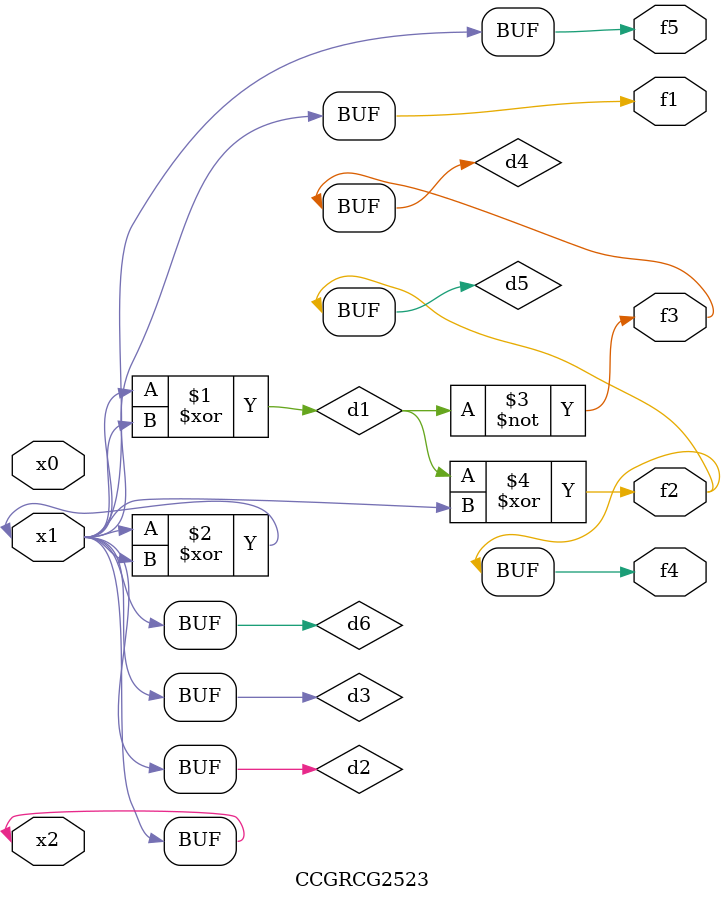
<source format=v>
module CCGRCG2523(
	input x0, x1, x2,
	output f1, f2, f3, f4, f5
);

	wire d1, d2, d3, d4, d5, d6;

	xor (d1, x1, x2);
	buf (d2, x1, x2);
	xor (d3, x1, x2);
	nor (d4, d1);
	xor (d5, d1, d2);
	buf (d6, d2, d3);
	assign f1 = d6;
	assign f2 = d5;
	assign f3 = d4;
	assign f4 = d5;
	assign f5 = d6;
endmodule

</source>
